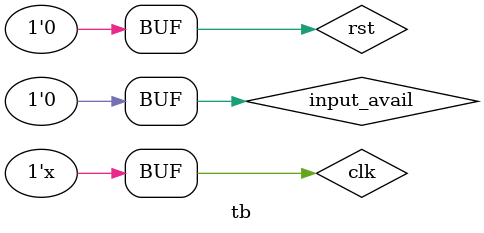
<source format=sv>
`timescale 1ns / 1ps

module tb;

  localparam CONV_1_1_INPUT_FRAME_WIDTH = 32;
  localparam CONV_1_1_INPUT_CHANNELS = 3;
  localparam CONV_1_1_OUTPUT_CHANNELS = 64;
  localparam CONV_1_1_KERNEL_SIZE = 3;
  localparam CONV_1_1_INPUT_FRAME_SIZE = CONV_1_1_INPUT_FRAME_WIDTH*CONV_1_1_INPUT_FRAME_WIDTH;
  //localparam model_dir = "C:/Users/jlopezramos/Desktop/VivadoProjects/Models/INT4_S2_{2_56_48_27_30_28_10_8_10}";
  //localparam model_dir = "C:/Users/jlopezramos/Desktop/Vivado Projects/Models/FP32_S2_{1_56_48_27_30_28_10_4_5}";
  localparam TIME_STEPS = 2;
  logic clk = 0;
  logic rst = 0;
  logic input_avail = 0;

  top_wrapper #(
    .TIME_STEPS(TIME_STEPS), .CONV_1_1_INPUT_CHANNELS(CONV_1_1_INPUT_CHANNELS), 
    .CONV_1_1_OUTPUT_CHANNELS(CONV_1_1_OUTPUT_CHANNELS), .CONV_1_1_KERNEL_SIZE(CONV_1_1_KERNEL_SIZE), 
    .CONV_1_1_INPUT_FRAME_WIDTH(CONV_1_1_INPUT_FRAME_WIDTH)) // .model_dir(model_dir))
  top_wrapper (
    .clk(clk), .rst(rst),
    .input_avail(input_avail),
    .conv_1_1_avail(layer_1_1_avail)
  );
  // clock generation
  always begin
    #10 clk = ~clk;
  end  
  
    integer unsigned cycle_cnt = 0;
    
    always @(posedge clk) begin
      cycle_cnt = cycle_cnt + 1;
    end
     
  initial begin
    // reset
    rst = 1;
    #30 rst = 0;
    #20 input_avail = 1;
    #400 input_avail = 0;
    #100000;

    // end simulation
    //#1000 $finish;
  end


endmodule

</source>
